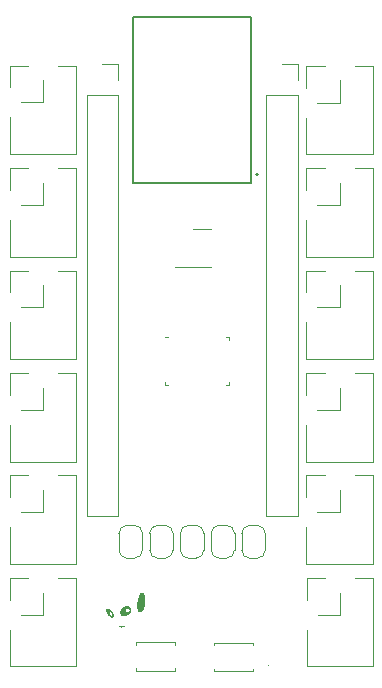
<source format=gbr>
G04 #@! TF.GenerationSoftware,KiCad,Pcbnew,5.1.5-52549c5~84~ubuntu18.04.1*
G04 #@! TF.CreationDate,2019-11-19T18:32:17+01:00*
G04 #@! TF.ProjectId,darkroom_tracker,6461726b-726f-46f6-9d5f-747261636b65,rev?*
G04 #@! TF.SameCoordinates,Original*
G04 #@! TF.FileFunction,Legend,Top*
G04 #@! TF.FilePolarity,Positive*
%FSLAX46Y46*%
G04 Gerber Fmt 4.6, Leading zero omitted, Abs format (unit mm)*
G04 Created by KiCad (PCBNEW 5.1.5-52549c5~84~ubuntu18.04.1) date 2019-11-19 18:32:17*
%MOMM*%
%LPD*%
G04 APERTURE LIST*
%ADD10C,0.120000*%
%ADD11C,0.127000*%
%ADD12C,0.200000*%
%ADD13C,0.100000*%
%ADD14C,0.010000*%
%ADD15C,0.060000*%
G04 APERTURE END LIST*
D10*
X134710000Y-93990000D02*
X134710000Y-94250000D01*
X134710000Y-93990000D02*
X134450000Y-93990000D01*
X134710000Y-98010000D02*
X134710000Y-97750000D01*
X134710000Y-98010000D02*
X134450000Y-98010000D01*
X129290000Y-93990000D02*
X129550000Y-93990000D01*
X129290000Y-98010000D02*
X129290000Y-97750000D01*
X129290000Y-98010000D02*
X129550000Y-98010000D01*
X122670000Y-73470000D02*
X125330000Y-73470000D01*
X122670000Y-73470000D02*
X122670000Y-109090000D01*
X122670000Y-109090000D02*
X125330000Y-109090000D01*
X125330000Y-73470000D02*
X125330000Y-109090000D01*
X125330000Y-70870000D02*
X125330000Y-72200000D01*
X124000000Y-70870000D02*
X125330000Y-70870000D01*
X139200000Y-70870000D02*
X140530000Y-70870000D01*
X140530000Y-70870000D02*
X140530000Y-72200000D01*
X140530000Y-73470000D02*
X140530000Y-109090000D01*
X137870000Y-109090000D02*
X140530000Y-109090000D01*
X137870000Y-73470000D02*
X137870000Y-109090000D01*
X137870000Y-73470000D02*
X140530000Y-73470000D01*
X141284040Y-70997120D02*
X142814040Y-70997120D01*
X141284040Y-72842120D02*
X141284040Y-70997120D01*
X144084040Y-74112120D02*
X142214040Y-74112120D01*
X144084040Y-72242120D02*
X144084040Y-74112120D01*
X145354040Y-70997120D02*
X146884040Y-70997120D01*
X146884040Y-70997120D02*
X146884040Y-78497120D01*
X141284040Y-78497120D02*
X146884040Y-78497120D01*
X141284040Y-75382120D02*
X141284040Y-78497120D01*
X141284040Y-84058760D02*
X141284040Y-87173760D01*
X141284040Y-87173760D02*
X146884040Y-87173760D01*
X146884040Y-79673760D02*
X146884040Y-87173760D01*
X145354040Y-79673760D02*
X146884040Y-79673760D01*
X144084040Y-80918760D02*
X144084040Y-82788760D01*
X144084040Y-82788760D02*
X142214040Y-82788760D01*
X141284040Y-81518760D02*
X141284040Y-79673760D01*
X141284040Y-79673760D02*
X142814040Y-79673760D01*
X141284040Y-88345320D02*
X142814040Y-88345320D01*
X141284040Y-90190320D02*
X141284040Y-88345320D01*
X144084040Y-91460320D02*
X142214040Y-91460320D01*
X144084040Y-89590320D02*
X144084040Y-91460320D01*
X145354040Y-88345320D02*
X146884040Y-88345320D01*
X146884040Y-88345320D02*
X146884040Y-95845320D01*
X141284040Y-95845320D02*
X146884040Y-95845320D01*
X141284040Y-92730320D02*
X141284040Y-95845320D01*
X141284040Y-101401880D02*
X141284040Y-104516880D01*
X141284040Y-104516880D02*
X146884040Y-104516880D01*
X146884040Y-97016880D02*
X146884040Y-104516880D01*
X145354040Y-97016880D02*
X146884040Y-97016880D01*
X144084040Y-98261880D02*
X144084040Y-100131880D01*
X144084040Y-100131880D02*
X142214040Y-100131880D01*
X141284040Y-98861880D02*
X141284040Y-97016880D01*
X141284040Y-97016880D02*
X142814040Y-97016880D01*
X141284040Y-105688440D02*
X142814040Y-105688440D01*
X141284040Y-107533440D02*
X141284040Y-105688440D01*
X144084040Y-108803440D02*
X142214040Y-108803440D01*
X144084040Y-106933440D02*
X144084040Y-108803440D01*
X145354040Y-105688440D02*
X146884040Y-105688440D01*
X146884040Y-105688440D02*
X146884040Y-113188440D01*
X141284040Y-113188440D02*
X146884040Y-113188440D01*
X141284040Y-110073440D02*
X141284040Y-113188440D01*
X141304360Y-118745000D02*
X141304360Y-121860000D01*
X141304360Y-121860000D02*
X146904360Y-121860000D01*
X146904360Y-114360000D02*
X146904360Y-121860000D01*
X145374360Y-114360000D02*
X146904360Y-114360000D01*
X144104360Y-115605000D02*
X144104360Y-117475000D01*
X144104360Y-117475000D02*
X142234360Y-117475000D01*
X141304360Y-116205000D02*
X141304360Y-114360000D01*
X141304360Y-114360000D02*
X142834360Y-114360000D01*
X116173600Y-118745000D02*
X116173600Y-121860000D01*
X116173600Y-121860000D02*
X121773600Y-121860000D01*
X121773600Y-114360000D02*
X121773600Y-121860000D01*
X120243600Y-114360000D02*
X121773600Y-114360000D01*
X118973600Y-115605000D02*
X118973600Y-117475000D01*
X118973600Y-117475000D02*
X117103600Y-117475000D01*
X116173600Y-116205000D02*
X116173600Y-114360000D01*
X116173600Y-114360000D02*
X117703600Y-114360000D01*
X116173600Y-105683360D02*
X117703600Y-105683360D01*
X116173600Y-107528360D02*
X116173600Y-105683360D01*
X118973600Y-108798360D02*
X117103600Y-108798360D01*
X118973600Y-106928360D02*
X118973600Y-108798360D01*
X120243600Y-105683360D02*
X121773600Y-105683360D01*
X121773600Y-105683360D02*
X121773600Y-113183360D01*
X116173600Y-113183360D02*
X121773600Y-113183360D01*
X116173600Y-110068360D02*
X116173600Y-113183360D01*
X116173600Y-101396800D02*
X116173600Y-104511800D01*
X116173600Y-104511800D02*
X121773600Y-104511800D01*
X121773600Y-97011800D02*
X121773600Y-104511800D01*
X120243600Y-97011800D02*
X121773600Y-97011800D01*
X118973600Y-98256800D02*
X118973600Y-100126800D01*
X118973600Y-100126800D02*
X117103600Y-100126800D01*
X116173600Y-98856800D02*
X116173600Y-97011800D01*
X116173600Y-97011800D02*
X117703600Y-97011800D01*
X116168520Y-88335160D02*
X117698520Y-88335160D01*
X116168520Y-90180160D02*
X116168520Y-88335160D01*
X118968520Y-91450160D02*
X117098520Y-91450160D01*
X118968520Y-89580160D02*
X118968520Y-91450160D01*
X120238520Y-88335160D02*
X121768520Y-88335160D01*
X121768520Y-88335160D02*
X121768520Y-95835160D01*
X116168520Y-95835160D02*
X121768520Y-95835160D01*
X116168520Y-92720160D02*
X116168520Y-95835160D01*
X116168520Y-84058760D02*
X116168520Y-87173760D01*
X116168520Y-87173760D02*
X121768520Y-87173760D01*
X121768520Y-79673760D02*
X121768520Y-87173760D01*
X120238520Y-79673760D02*
X121768520Y-79673760D01*
X118968520Y-80918760D02*
X118968520Y-82788760D01*
X118968520Y-82788760D02*
X117098520Y-82788760D01*
X116168520Y-81518760D02*
X116168520Y-79673760D01*
X116168520Y-79673760D02*
X117698520Y-79673760D01*
X133478000Y-122036080D02*
X133478000Y-122236080D01*
X133478000Y-122236080D02*
X136778000Y-122236080D01*
X136778000Y-122236080D02*
X136778000Y-122036080D01*
X133478000Y-120036080D02*
X133478000Y-119836080D01*
X133478000Y-119836080D02*
X136778000Y-119836080D01*
X136778000Y-119836080D02*
X136778000Y-120036080D01*
X130153680Y-119820840D02*
X130153680Y-120020840D01*
X126853680Y-119820840D02*
X130153680Y-119820840D01*
X126853680Y-120020840D02*
X126853680Y-119820840D01*
X130153680Y-122220840D02*
X130153680Y-122020840D01*
X126853680Y-122220840D02*
X130153680Y-122220840D01*
X126853680Y-122020840D02*
X126853680Y-122220840D01*
D11*
X136615000Y-80915000D02*
X126585000Y-80915000D01*
X126585000Y-80915000D02*
X126585000Y-66900000D01*
X126585000Y-66900000D02*
X136615000Y-66900000D01*
X136615000Y-66900000D02*
X136615000Y-80915000D01*
D12*
X137200000Y-80200000D02*
G75*
G03X137200000Y-80200000I-100000J0D01*
G01*
D10*
X131692320Y-84853560D02*
X133192320Y-84853560D01*
X130192320Y-88073560D02*
X133192320Y-88073560D01*
X116183760Y-75377040D02*
X116183760Y-78492040D01*
X116183760Y-78492040D02*
X121783760Y-78492040D01*
X121783760Y-70992040D02*
X121783760Y-78492040D01*
X120253760Y-70992040D02*
X121783760Y-70992040D01*
X118983760Y-72237040D02*
X118983760Y-74107040D01*
X118983760Y-74107040D02*
X117113760Y-74107040D01*
X116183760Y-72837040D02*
X116183760Y-70992040D01*
X116183760Y-70992040D02*
X117713760Y-70992040D01*
X137800000Y-112000000D02*
G75*
G02X137100000Y-112700000I-700000J0D01*
G01*
X136500000Y-112700000D02*
G75*
G02X135800000Y-112000000I0J700000D01*
G01*
X135800000Y-110600000D02*
G75*
G02X136500000Y-109900000I700000J0D01*
G01*
X137100000Y-109900000D02*
G75*
G02X137800000Y-110600000I0J-700000D01*
G01*
X136500000Y-109900000D02*
X137100000Y-109900000D01*
X135800000Y-112000000D02*
X135800000Y-110600000D01*
X137100000Y-112700000D02*
X136500000Y-112700000D01*
X137800000Y-110600000D02*
X137800000Y-112000000D01*
X135200000Y-110600000D02*
X135200000Y-112000000D01*
X134500000Y-112700000D02*
X133900000Y-112700000D01*
X133200000Y-112000000D02*
X133200000Y-110600000D01*
X133900000Y-109900000D02*
X134500000Y-109900000D01*
X134500000Y-109900000D02*
G75*
G02X135200000Y-110600000I0J-700000D01*
G01*
X133200000Y-110600000D02*
G75*
G02X133900000Y-109900000I700000J0D01*
G01*
X133900000Y-112700000D02*
G75*
G02X133200000Y-112000000I0J700000D01*
G01*
X135200000Y-112000000D02*
G75*
G02X134500000Y-112700000I-700000J0D01*
G01*
X132600000Y-112000000D02*
G75*
G02X131900000Y-112700000I-700000J0D01*
G01*
X131300000Y-112700000D02*
G75*
G02X130600000Y-112000000I0J700000D01*
G01*
X130600000Y-110600000D02*
G75*
G02X131300000Y-109900000I700000J0D01*
G01*
X131900000Y-109900000D02*
G75*
G02X132600000Y-110600000I0J-700000D01*
G01*
X131300000Y-109900000D02*
X131900000Y-109900000D01*
X130600000Y-112000000D02*
X130600000Y-110600000D01*
X131900000Y-112700000D02*
X131300000Y-112700000D01*
X132600000Y-110600000D02*
X132600000Y-112000000D01*
X127400000Y-110600000D02*
X127400000Y-112000000D01*
X126700000Y-112700000D02*
X126100000Y-112700000D01*
X125400000Y-112000000D02*
X125400000Y-110600000D01*
X126100000Y-109900000D02*
X126700000Y-109900000D01*
X126700000Y-109900000D02*
G75*
G02X127400000Y-110600000I0J-700000D01*
G01*
X125400000Y-110600000D02*
G75*
G02X126100000Y-109900000I700000J0D01*
G01*
X126100000Y-112700000D02*
G75*
G02X125400000Y-112000000I0J700000D01*
G01*
X127400000Y-112000000D02*
G75*
G02X126700000Y-112700000I-700000J0D01*
G01*
X130000000Y-112000000D02*
G75*
G02X129300000Y-112700000I-700000J0D01*
G01*
X128700000Y-112700000D02*
G75*
G02X128000000Y-112000000I0J700000D01*
G01*
X128000000Y-110600000D02*
G75*
G02X128700000Y-109900000I700000J0D01*
G01*
X129300000Y-109900000D02*
G75*
G02X130000000Y-110600000I0J-700000D01*
G01*
X128700000Y-109900000D02*
X129300000Y-109900000D01*
X128000000Y-112000000D02*
X128000000Y-110600000D01*
X129300000Y-112700000D02*
X128700000Y-112700000D01*
X130000000Y-110600000D02*
X130000000Y-112000000D01*
D13*
X138060000Y-121800000D02*
G75*
G03X138060000Y-121800000I-50000J0D01*
G01*
D14*
G36*
X127338724Y-115602917D02*
G01*
X127358871Y-115605144D01*
X127376386Y-115608743D01*
X127391711Y-115614487D01*
X127405289Y-115623150D01*
X127417562Y-115635503D01*
X127428973Y-115652319D01*
X127439963Y-115674372D01*
X127450976Y-115702434D01*
X127462454Y-115737278D01*
X127474839Y-115779677D01*
X127488573Y-115830404D01*
X127504100Y-115890231D01*
X127504822Y-115893046D01*
X127522029Y-115965653D01*
X127536063Y-116037455D01*
X127547212Y-116110622D01*
X127555761Y-116187329D01*
X127561997Y-116269748D01*
X127566132Y-116357939D01*
X127567240Y-116391584D01*
X127567745Y-116417704D01*
X127567456Y-116438928D01*
X127566181Y-116457882D01*
X127563731Y-116477193D01*
X127559914Y-116499488D01*
X127554539Y-116527396D01*
X127553395Y-116533199D01*
X127536914Y-116611890D01*
X127519388Y-116686585D01*
X127501069Y-116756518D01*
X127482210Y-116820920D01*
X127463064Y-116879024D01*
X127443882Y-116930061D01*
X127424917Y-116973264D01*
X127406423Y-117007865D01*
X127389180Y-117032472D01*
X127378476Y-117045928D01*
X127364200Y-117064896D01*
X127348498Y-117086490D01*
X127338010Y-117101331D01*
X127312509Y-117135454D01*
X127288745Y-117162380D01*
X127267445Y-117181363D01*
X127250346Y-117191285D01*
X127238371Y-117193877D01*
X127220672Y-117195537D01*
X127206162Y-117195891D01*
X127189572Y-117195045D01*
X127174292Y-117192203D01*
X127157269Y-117186482D01*
X127135452Y-117176997D01*
X127126483Y-117172797D01*
X127103715Y-117161073D01*
X127082229Y-117148360D01*
X127065175Y-117136597D01*
X127058722Y-117131134D01*
X127035821Y-117102889D01*
X127015751Y-117065062D01*
X126998495Y-117017599D01*
X126984030Y-116960448D01*
X126975482Y-116914199D01*
X126972965Y-116896943D01*
X126970945Y-116878766D01*
X126969371Y-116858353D01*
X126968195Y-116834387D01*
X126967366Y-116805554D01*
X126966835Y-116770538D01*
X126966552Y-116728023D01*
X126966468Y-116676695D01*
X126966468Y-116675439D01*
X126966591Y-116618957D01*
X126967037Y-116570610D01*
X126967926Y-116528371D01*
X126969380Y-116490216D01*
X126971520Y-116454121D01*
X126974465Y-116418061D01*
X126978337Y-116380012D01*
X126983257Y-116337948D01*
X126989346Y-116289846D01*
X126989591Y-116287957D01*
X126998649Y-116230933D01*
X127011499Y-116168478D01*
X127027554Y-116102480D01*
X127046229Y-116034827D01*
X127066936Y-115967406D01*
X127089088Y-115902106D01*
X127112100Y-115840814D01*
X127135385Y-115785418D01*
X127158355Y-115737805D01*
X127163553Y-115728116D01*
X127191420Y-115684014D01*
X127222506Y-115646696D01*
X127223111Y-115646075D01*
X127245903Y-115624798D01*
X127266591Y-115611081D01*
X127288286Y-115603762D01*
X127314098Y-115601681D01*
X127338724Y-115602917D01*
G37*
X127338724Y-115602917D02*
X127358871Y-115605144D01*
X127376386Y-115608743D01*
X127391711Y-115614487D01*
X127405289Y-115623150D01*
X127417562Y-115635503D01*
X127428973Y-115652319D01*
X127439963Y-115674372D01*
X127450976Y-115702434D01*
X127462454Y-115737278D01*
X127474839Y-115779677D01*
X127488573Y-115830404D01*
X127504100Y-115890231D01*
X127504822Y-115893046D01*
X127522029Y-115965653D01*
X127536063Y-116037455D01*
X127547212Y-116110622D01*
X127555761Y-116187329D01*
X127561997Y-116269748D01*
X127566132Y-116357939D01*
X127567240Y-116391584D01*
X127567745Y-116417704D01*
X127567456Y-116438928D01*
X127566181Y-116457882D01*
X127563731Y-116477193D01*
X127559914Y-116499488D01*
X127554539Y-116527396D01*
X127553395Y-116533199D01*
X127536914Y-116611890D01*
X127519388Y-116686585D01*
X127501069Y-116756518D01*
X127482210Y-116820920D01*
X127463064Y-116879024D01*
X127443882Y-116930061D01*
X127424917Y-116973264D01*
X127406423Y-117007865D01*
X127389180Y-117032472D01*
X127378476Y-117045928D01*
X127364200Y-117064896D01*
X127348498Y-117086490D01*
X127338010Y-117101331D01*
X127312509Y-117135454D01*
X127288745Y-117162380D01*
X127267445Y-117181363D01*
X127250346Y-117191285D01*
X127238371Y-117193877D01*
X127220672Y-117195537D01*
X127206162Y-117195891D01*
X127189572Y-117195045D01*
X127174292Y-117192203D01*
X127157269Y-117186482D01*
X127135452Y-117176997D01*
X127126483Y-117172797D01*
X127103715Y-117161073D01*
X127082229Y-117148360D01*
X127065175Y-117136597D01*
X127058722Y-117131134D01*
X127035821Y-117102889D01*
X127015751Y-117065062D01*
X126998495Y-117017599D01*
X126984030Y-116960448D01*
X126975482Y-116914199D01*
X126972965Y-116896943D01*
X126970945Y-116878766D01*
X126969371Y-116858353D01*
X126968195Y-116834387D01*
X126967366Y-116805554D01*
X126966835Y-116770538D01*
X126966552Y-116728023D01*
X126966468Y-116676695D01*
X126966468Y-116675439D01*
X126966591Y-116618957D01*
X126967037Y-116570610D01*
X126967926Y-116528371D01*
X126969380Y-116490216D01*
X126971520Y-116454121D01*
X126974465Y-116418061D01*
X126978337Y-116380012D01*
X126983257Y-116337948D01*
X126989346Y-116289846D01*
X126989591Y-116287957D01*
X126998649Y-116230933D01*
X127011499Y-116168478D01*
X127027554Y-116102480D01*
X127046229Y-116034827D01*
X127066936Y-115967406D01*
X127089088Y-115902106D01*
X127112100Y-115840814D01*
X127135385Y-115785418D01*
X127158355Y-115737805D01*
X127163553Y-115728116D01*
X127191420Y-115684014D01*
X127222506Y-115646696D01*
X127223111Y-115646075D01*
X127245903Y-115624798D01*
X127266591Y-115611081D01*
X127288286Y-115603762D01*
X127314098Y-115601681D01*
X127338724Y-115602917D01*
G36*
X126089623Y-116765297D02*
G01*
X126127463Y-116768586D01*
X126147959Y-116772417D01*
X126199590Y-116789394D01*
X126244260Y-116813174D01*
X126281846Y-116843047D01*
X126312224Y-116878301D01*
X126335271Y-116918223D01*
X126350861Y-116962103D01*
X126358872Y-117009228D01*
X126359180Y-117058886D01*
X126351661Y-117110366D01*
X126336190Y-117162956D01*
X126312645Y-117215944D01*
X126280901Y-117268619D01*
X126242869Y-117317918D01*
X126193224Y-117369026D01*
X126138234Y-117413775D01*
X126079063Y-117451662D01*
X126016878Y-117482186D01*
X125952845Y-117504845D01*
X125888129Y-117519137D01*
X125823895Y-117524561D01*
X125769418Y-117521689D01*
X125714593Y-117510627D01*
X125665497Y-117491556D01*
X125622571Y-117464668D01*
X125604087Y-117448853D01*
X125572340Y-117414956D01*
X125549200Y-117380482D01*
X125533318Y-117342840D01*
X125523341Y-117299436D01*
X125522186Y-117291665D01*
X125519626Y-117237275D01*
X125526486Y-117182211D01*
X125542134Y-117127272D01*
X125555475Y-117096995D01*
X125920364Y-117096995D01*
X125922745Y-117118632D01*
X125935706Y-117162824D01*
X125956889Y-117202177D01*
X125985398Y-117235642D01*
X126020337Y-117262173D01*
X126060810Y-117280724D01*
X126061653Y-117281001D01*
X126081611Y-117284980D01*
X126108661Y-117286672D01*
X126126884Y-117286496D01*
X126151138Y-117285091D01*
X126169524Y-117282154D01*
X126186322Y-117276696D01*
X126203890Y-117268675D01*
X126240879Y-117245308D01*
X126271482Y-117215468D01*
X126294954Y-117180568D01*
X126310549Y-117142024D01*
X126317522Y-117101248D01*
X126315125Y-117059654D01*
X126314870Y-117058242D01*
X126302166Y-117016344D01*
X126280844Y-116977958D01*
X126252185Y-116944735D01*
X126217470Y-116918326D01*
X126198645Y-116908378D01*
X126168718Y-116898870D01*
X126133596Y-116894306D01*
X126096990Y-116894745D01*
X126062613Y-116900244D01*
X126044731Y-116905946D01*
X126009583Y-116925006D01*
X125978891Y-116951464D01*
X125953640Y-116983607D01*
X125934813Y-117019719D01*
X125923393Y-117058087D01*
X125920364Y-117096995D01*
X125555475Y-117096995D01*
X125565936Y-117073256D01*
X125597261Y-117020961D01*
X125635474Y-116971186D01*
X125679945Y-116924727D01*
X125730040Y-116882384D01*
X125785126Y-116844954D01*
X125844570Y-116813236D01*
X125907741Y-116788027D01*
X125926086Y-116782221D01*
X125962463Y-116773758D01*
X126003957Y-116768023D01*
X126047399Y-116765156D01*
X126089623Y-116765297D01*
G37*
X126089623Y-116765297D02*
X126127463Y-116768586D01*
X126147959Y-116772417D01*
X126199590Y-116789394D01*
X126244260Y-116813174D01*
X126281846Y-116843047D01*
X126312224Y-116878301D01*
X126335271Y-116918223D01*
X126350861Y-116962103D01*
X126358872Y-117009228D01*
X126359180Y-117058886D01*
X126351661Y-117110366D01*
X126336190Y-117162956D01*
X126312645Y-117215944D01*
X126280901Y-117268619D01*
X126242869Y-117317918D01*
X126193224Y-117369026D01*
X126138234Y-117413775D01*
X126079063Y-117451662D01*
X126016878Y-117482186D01*
X125952845Y-117504845D01*
X125888129Y-117519137D01*
X125823895Y-117524561D01*
X125769418Y-117521689D01*
X125714593Y-117510627D01*
X125665497Y-117491556D01*
X125622571Y-117464668D01*
X125604087Y-117448853D01*
X125572340Y-117414956D01*
X125549200Y-117380482D01*
X125533318Y-117342840D01*
X125523341Y-117299436D01*
X125522186Y-117291665D01*
X125519626Y-117237275D01*
X125526486Y-117182211D01*
X125542134Y-117127272D01*
X125555475Y-117096995D01*
X125920364Y-117096995D01*
X125922745Y-117118632D01*
X125935706Y-117162824D01*
X125956889Y-117202177D01*
X125985398Y-117235642D01*
X126020337Y-117262173D01*
X126060810Y-117280724D01*
X126061653Y-117281001D01*
X126081611Y-117284980D01*
X126108661Y-117286672D01*
X126126884Y-117286496D01*
X126151138Y-117285091D01*
X126169524Y-117282154D01*
X126186322Y-117276696D01*
X126203890Y-117268675D01*
X126240879Y-117245308D01*
X126271482Y-117215468D01*
X126294954Y-117180568D01*
X126310549Y-117142024D01*
X126317522Y-117101248D01*
X126315125Y-117059654D01*
X126314870Y-117058242D01*
X126302166Y-117016344D01*
X126280844Y-116977958D01*
X126252185Y-116944735D01*
X126217470Y-116918326D01*
X126198645Y-116908378D01*
X126168718Y-116898870D01*
X126133596Y-116894306D01*
X126096990Y-116894745D01*
X126062613Y-116900244D01*
X126044731Y-116905946D01*
X126009583Y-116925006D01*
X125978891Y-116951464D01*
X125953640Y-116983607D01*
X125934813Y-117019719D01*
X125923393Y-117058087D01*
X125920364Y-117096995D01*
X125555475Y-117096995D01*
X125565936Y-117073256D01*
X125597261Y-117020961D01*
X125635474Y-116971186D01*
X125679945Y-116924727D01*
X125730040Y-116882384D01*
X125785126Y-116844954D01*
X125844570Y-116813236D01*
X125907741Y-116788027D01*
X125926086Y-116782221D01*
X125962463Y-116773758D01*
X126003957Y-116768023D01*
X126047399Y-116765156D01*
X126089623Y-116765297D01*
G36*
X124464865Y-116955920D02*
G01*
X124482399Y-116958335D01*
X124499079Y-116963596D01*
X124517878Y-116971924D01*
X124567744Y-117000330D01*
X124617228Y-117037546D01*
X124665386Y-117082233D01*
X124711277Y-117133056D01*
X124753957Y-117188678D01*
X124792485Y-117247764D01*
X124825917Y-117308976D01*
X124853312Y-117370979D01*
X124873726Y-117432437D01*
X124886218Y-117492012D01*
X124886581Y-117494649D01*
X124889349Y-117537716D01*
X124885656Y-117575777D01*
X124875793Y-117607947D01*
X124860053Y-117633342D01*
X124838725Y-117651076D01*
X124834387Y-117653352D01*
X124806419Y-117661838D01*
X124774609Y-117663101D01*
X124742389Y-117657008D01*
X124741940Y-117656866D01*
X124698403Y-117638577D01*
X124653470Y-117611362D01*
X124608081Y-117576185D01*
X124563176Y-117534007D01*
X124519695Y-117485792D01*
X124478578Y-117432502D01*
X124440765Y-117375099D01*
X124407196Y-117314546D01*
X124406740Y-117313639D01*
X124381381Y-117259365D01*
X124372911Y-117237094D01*
X124526484Y-117237094D01*
X124526743Y-117264835D01*
X124529321Y-117292831D01*
X124533767Y-117316222D01*
X124543607Y-117346385D01*
X124558199Y-117380676D01*
X124575735Y-117415464D01*
X124594408Y-117447116D01*
X124609582Y-117468542D01*
X124641095Y-117504326D01*
X124672352Y-117532415D01*
X124702706Y-117552520D01*
X124731509Y-117564354D01*
X124758113Y-117567629D01*
X124781870Y-117562058D01*
X124797333Y-117551986D01*
X124811967Y-117535519D01*
X124821219Y-117515523D01*
X124825806Y-117489833D01*
X124826602Y-117463836D01*
X124822784Y-117424605D01*
X124812787Y-117384287D01*
X124797465Y-117343971D01*
X124777666Y-117304748D01*
X124754242Y-117267708D01*
X124728044Y-117233941D01*
X124699923Y-117204538D01*
X124670729Y-117180589D01*
X124641313Y-117163184D01*
X124612526Y-117153414D01*
X124585219Y-117152369D01*
X124583721Y-117152595D01*
X124561426Y-117161130D01*
X124543070Y-117177949D01*
X124533005Y-117195206D01*
X124528565Y-117212815D01*
X124526484Y-117237094D01*
X124372911Y-117237094D01*
X124362705Y-117210262D01*
X124350156Y-117164370D01*
X124343180Y-117119729D01*
X124341224Y-117082340D01*
X124341347Y-117057254D01*
X124342556Y-117039300D01*
X124345308Y-117025470D01*
X124350061Y-117012755D01*
X124352643Y-117007271D01*
X124363412Y-116989941D01*
X124376871Y-116974253D01*
X124382671Y-116969171D01*
X124392974Y-116962128D01*
X124403073Y-116957972D01*
X124416139Y-116955963D01*
X124435345Y-116955358D01*
X124441841Y-116955340D01*
X124464865Y-116955920D01*
G37*
X124464865Y-116955920D02*
X124482399Y-116958335D01*
X124499079Y-116963596D01*
X124517878Y-116971924D01*
X124567744Y-117000330D01*
X124617228Y-117037546D01*
X124665386Y-117082233D01*
X124711277Y-117133056D01*
X124753957Y-117188678D01*
X124792485Y-117247764D01*
X124825917Y-117308976D01*
X124853312Y-117370979D01*
X124873726Y-117432437D01*
X124886218Y-117492012D01*
X124886581Y-117494649D01*
X124889349Y-117537716D01*
X124885656Y-117575777D01*
X124875793Y-117607947D01*
X124860053Y-117633342D01*
X124838725Y-117651076D01*
X124834387Y-117653352D01*
X124806419Y-117661838D01*
X124774609Y-117663101D01*
X124742389Y-117657008D01*
X124741940Y-117656866D01*
X124698403Y-117638577D01*
X124653470Y-117611362D01*
X124608081Y-117576185D01*
X124563176Y-117534007D01*
X124519695Y-117485792D01*
X124478578Y-117432502D01*
X124440765Y-117375099D01*
X124407196Y-117314546D01*
X124406740Y-117313639D01*
X124381381Y-117259365D01*
X124372911Y-117237094D01*
X124526484Y-117237094D01*
X124526743Y-117264835D01*
X124529321Y-117292831D01*
X124533767Y-117316222D01*
X124543607Y-117346385D01*
X124558199Y-117380676D01*
X124575735Y-117415464D01*
X124594408Y-117447116D01*
X124609582Y-117468542D01*
X124641095Y-117504326D01*
X124672352Y-117532415D01*
X124702706Y-117552520D01*
X124731509Y-117564354D01*
X124758113Y-117567629D01*
X124781870Y-117562058D01*
X124797333Y-117551986D01*
X124811967Y-117535519D01*
X124821219Y-117515523D01*
X124825806Y-117489833D01*
X124826602Y-117463836D01*
X124822784Y-117424605D01*
X124812787Y-117384287D01*
X124797465Y-117343971D01*
X124777666Y-117304748D01*
X124754242Y-117267708D01*
X124728044Y-117233941D01*
X124699923Y-117204538D01*
X124670729Y-117180589D01*
X124641313Y-117163184D01*
X124612526Y-117153414D01*
X124585219Y-117152369D01*
X124583721Y-117152595D01*
X124561426Y-117161130D01*
X124543070Y-117177949D01*
X124533005Y-117195206D01*
X124528565Y-117212815D01*
X124526484Y-117237094D01*
X124372911Y-117237094D01*
X124362705Y-117210262D01*
X124350156Y-117164370D01*
X124343180Y-117119729D01*
X124341224Y-117082340D01*
X124341347Y-117057254D01*
X124342556Y-117039300D01*
X124345308Y-117025470D01*
X124350061Y-117012755D01*
X124352643Y-117007271D01*
X124363412Y-116989941D01*
X124376871Y-116974253D01*
X124382671Y-116969171D01*
X124392974Y-116962128D01*
X124403073Y-116957972D01*
X124416139Y-116955963D01*
X124435345Y-116955358D01*
X124441841Y-116955340D01*
X124464865Y-116955920D01*
D15*
G36*
X125795892Y-118395350D02*
G01*
X125800084Y-118400758D01*
X125801042Y-118408954D01*
X125796624Y-118414374D01*
X125784575Y-118422230D01*
X125766855Y-118431613D01*
X125745425Y-118441610D01*
X125722246Y-118451311D01*
X125699278Y-118459804D01*
X125678482Y-118466179D01*
X125677117Y-118466533D01*
X125634056Y-118474006D01*
X125585561Y-118476380D01*
X125534985Y-118473658D01*
X125488700Y-118466485D01*
X125461400Y-118460706D01*
X125442509Y-118456493D01*
X125430486Y-118453360D01*
X125423788Y-118450822D01*
X125420873Y-118448396D01*
X125420199Y-118445596D01*
X125420197Y-118444953D01*
X125421226Y-118437247D01*
X125425098Y-118432604D01*
X125433340Y-118430889D01*
X125447476Y-118431969D01*
X125469032Y-118435710D01*
X125486160Y-118439177D01*
X125545122Y-118448629D01*
X125598588Y-118450961D01*
X125648512Y-118445962D01*
X125696846Y-118433421D01*
X125745542Y-118413129D01*
X125750421Y-118410708D01*
X125772407Y-118400278D01*
X125787115Y-118395174D01*
X125795892Y-118395350D01*
G37*
X125795892Y-118395350D02*
X125800084Y-118400758D01*
X125801042Y-118408954D01*
X125796624Y-118414374D01*
X125784575Y-118422230D01*
X125766855Y-118431613D01*
X125745425Y-118441610D01*
X125722246Y-118451311D01*
X125699278Y-118459804D01*
X125678482Y-118466179D01*
X125677117Y-118466533D01*
X125634056Y-118474006D01*
X125585561Y-118476380D01*
X125534985Y-118473658D01*
X125488700Y-118466485D01*
X125461400Y-118460706D01*
X125442509Y-118456493D01*
X125430486Y-118453360D01*
X125423788Y-118450822D01*
X125420873Y-118448396D01*
X125420199Y-118445596D01*
X125420197Y-118444953D01*
X125421226Y-118437247D01*
X125425098Y-118432604D01*
X125433340Y-118430889D01*
X125447476Y-118431969D01*
X125469032Y-118435710D01*
X125486160Y-118439177D01*
X125545122Y-118448629D01*
X125598588Y-118450961D01*
X125648512Y-118445962D01*
X125696846Y-118433421D01*
X125745542Y-118413129D01*
X125750421Y-118410708D01*
X125772407Y-118400278D01*
X125787115Y-118395174D01*
X125795892Y-118395350D01*
M02*

</source>
